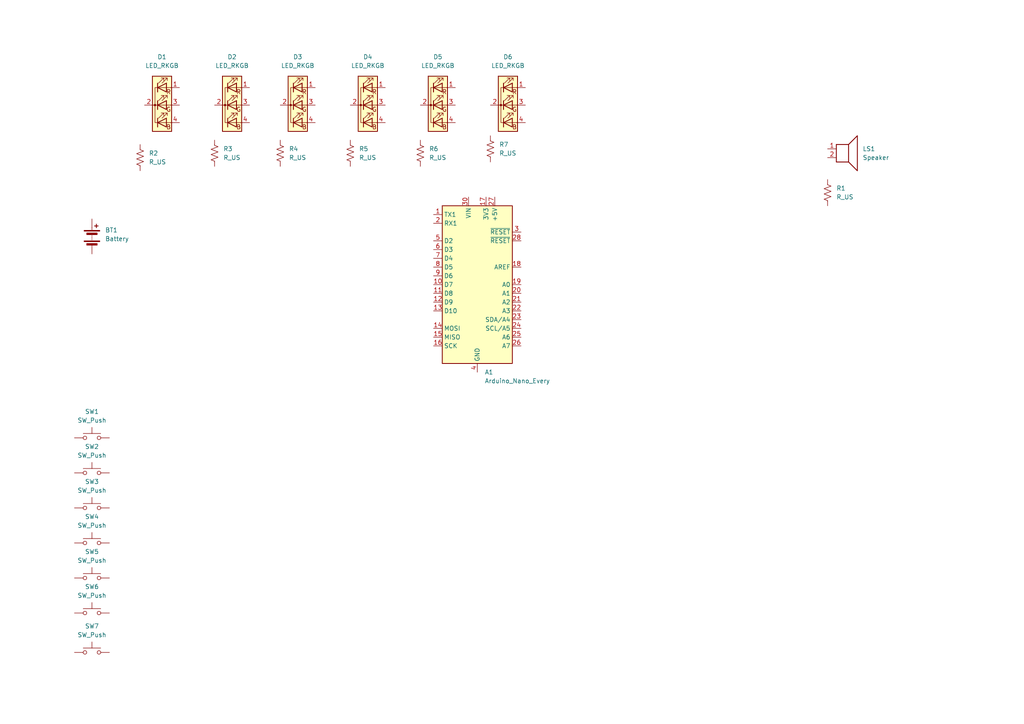
<source format=kicad_sch>
(kicad_sch (version 20250114) (generator "eeschema") (generator_version "9.0")
  (paper "A4")
  (lib_symbols
    (symbol "Device:Battery" (pin_numbers (hide yes)) (pin_names (offset 0) (hide yes))
      (property "Reference" "BT" (at 2.54 2.54 0))
      (property "Value" "Battery" (at 2.54 0 0))
      (symbol "Battery_0_1"
        (rectangle (start -2.286 1.778) (end 2.286 1.524) (fill (type outline)))
        (rectangle (start -2.286 -1.27) (end 2.286 -1.524) (fill (type outline)))
        (rectangle (start -1.524 1.016) (end 1.524 0.508) (fill (type outline)))
        (rectangle (start -1.524 -2.032) (end 1.524 -2.54) (fill (type outline)))
        (polyline (pts (xy 0 1.778) (xy 0 2.54)))
        (polyline (pts (xy 0 0) (xy 0 0.254)))
        (polyline (pts (xy 0 -0.508) (xy 0 -0.254)))
        (polyline (pts (xy 0 -1.016) (xy 0 -0.762)))
        (polyline (pts (xy 0.762 3.048) (xy 1.778 3.048)) (stroke (width 0.254)))
        (polyline (pts (xy 1.27 3.556) (xy 1.27 2.54)) (stroke (width 0.254)))
      )
      (symbol "Battery_1_1"
        (pin passive line (at 0 5.08 270) (length 2.54) (name "+") (number "1"))
        (pin passive line (at 0 -5.08 90) (length 2.54) (name "-") (number "2"))
      )
    )
    (symbol "Device:LED_RKGB" (pin_names (offset 0) (hide yes))
      (property "Reference" "D" (at 0 9.398 0))
      (property "Value" "LED_RKGB" (at 0 -8.89 0))
      (symbol "LED_RKGB_0_0"
        (text "R" (at 1.905 3.81 0) (effects (font (size 1.27 1.27))))
        (text "G" (at 1.905 -1.27 0) (effects (font (size 1.27 1.27))))
        (text "B" (at 1.905 -6.35 0) (effects (font (size 1.27 1.27))))
      )
      (symbol "LED_RKGB_0_1"
        (circle (center -2.032 0) (radius 0.254) (fill (type outline)))
        (polyline (pts (xy -1.27 6.35) (xy -1.27 3.81)) (stroke (width 0.254)))
        (polyline (pts (xy -1.27 6.35) (xy -1.27 3.81) (xy -1.27 3.81)))
        (polyline (pts (xy -1.27 5.08) (xy 1.27 5.08)))
        (polyline (pts (xy -1.27 5.08) (xy -2.032 5.08) (xy -2.032 -5.08) (xy -1.016 -5.08)))
        (polyline (pts (xy -1.27 1.27) (xy -1.27 -1.27)) (stroke (width 0.254)))
        (polyline (pts (xy -1.27 1.27) (xy -1.27 -1.27) (xy -1.27 -1.27)))
        (polyline (pts (xy -1.27 0) (xy -2.54 0)))
        (polyline (pts (xy -1.27 -3.81) (xy -1.27 -6.35)) (stroke (width 0.254)))
        (polyline (pts (xy -1.27 -5.08) (xy 1.27 -5.08)))
        (polyline (pts (xy -1.016 6.35) (xy 0.508 7.874) (xy -0.254 7.874) (xy 0.508 7.874) (xy 0.508 7.112)))
        (polyline (pts (xy -1.016 1.27) (xy 0.508 2.794) (xy -0.254 2.794) (xy 0.508 2.794) (xy 0.508 2.032)))
        (polyline (pts (xy -1.016 -3.81) (xy 0.508 -2.286) (xy -0.254 -2.286) (xy 0.508 -2.286) (xy 0.508 -3.048)))
        (polyline (pts (xy 0 6.35) (xy 1.524 7.874) (xy 0.762 7.874) (xy 1.524 7.874) (xy 1.524 7.112)))
        (polyline (pts (xy 0 1.27) (xy 1.524 2.794) (xy 0.762 2.794) (xy 1.524 2.794) (xy 1.524 2.032)))
        (polyline (pts (xy 0 -3.81) (xy 1.524 -2.286) (xy 0.762 -2.286) (xy 1.524 -2.286) (xy 1.524 -3.048)))
        (polyline (pts (xy 1.27 6.35) (xy 1.27 3.81) (xy -1.27 5.08) (xy 1.27 6.35)) (stroke (width 0.254)))
        (rectangle (start 1.27 6.35) (end 1.27 6.35))
        (polyline (pts (xy 1.27 5.08) (xy 2.54 5.08)))
        (rectangle (start 1.27 3.81) (end 1.27 6.35))
        (polyline (pts (xy 1.27 1.27) (xy 1.27 -1.27) (xy -1.27 0) (xy 1.27 1.27)) (stroke (width 0.254)))
        (rectangle (start 1.27 1.27) (end 1.27 1.27))
        (polyline (pts (xy 1.27 0) (xy -1.27 0)))
        (polyline (pts (xy 1.27 0) (xy 2.54 0)))
        (rectangle (start 1.27 -1.27) (end 1.27 1.27))
        (polyline (pts (xy 1.27 -3.81) (xy 1.27 -6.35) (xy -1.27 -5.08) (xy 1.27 -3.81)) (stroke (width 0.254)))
        (polyline (pts (xy 1.27 -5.08) (xy 2.54 -5.08)))
        (rectangle (start 2.794 8.382) (end -2.794 -7.62) (stroke (width 0.254)) (fill (type background)))
      )
      (symbol "LED_RKGB_1_1"
        (pin passive line (at -5.08 0 0) (length 2.54) (name "K") (number "2"))
        (pin passive line (at 5.08 5.08 180) (length 2.54) (name "RA") (number "1"))
        (pin passive line (at 5.08 0 180) (length 2.54) (name "GA") (number "3"))
        (pin passive line (at 5.08 -5.08 180) (length 2.54) (name "BA") (number "4"))
      )
    )
    (symbol "Device:R_US" (pin_numbers (hide yes)) (pin_names (offset 0))
      (property "Reference" "R" (at 2.54 0 90))
      (property "Value" "R_US" (at -2.54 0 90))
      (symbol "R_US_0_1"
        (polyline (pts (xy 0 2.286) (xy 0 2.54)))
        (polyline (pts (xy 0 2.286) (xy 1.016 1.905) (xy 0 1.524) (xy -1.016 1.143) (xy 0 0.762)))
        (polyline (pts (xy 0 0.762) (xy 1.016 0.381) (xy 0 0) (xy -1.016 -0.381) (xy 0 -0.762)))
        (polyline (pts (xy 0 -0.762) (xy 1.016 -1.143) (xy 0 -1.524) (xy -1.016 -1.905) (xy 0 -2.286)))
        (polyline (pts (xy 0 -2.286) (xy 0 -2.54)))
      )
      (symbol "R_US_1_1"
        (pin passive line (at 0 3.81 270) (length 1.27) (name "~") (number "1"))
        (pin passive line (at 0 -3.81 90) (length 1.27) (name "~") (number "2"))
      )
    )
    (symbol "Device:Speaker" (pin_names (offset 0) (hide yes))
      (property "Reference" "LS" (at 1.27 5.715 0))
      (property "Value" "Speaker" (at 1.27 3.81 0))
      (symbol "Speaker_0_0"
        (rectangle (start -2.54 1.27) (end 1.016 -3.81) (stroke (width 0.254)))
        (polyline (pts (xy 1.016 1.27) (xy 3.556 3.81) (xy 3.556 -6.35) (xy 1.016 -3.81)) (stroke (width 0.254)))
      )
      (symbol "Speaker_1_1"
        (pin input line (at -5.08 0 0) (length 2.54) (name "1") (number "1"))
        (pin input line (at -5.08 -2.54 0) (length 2.54) (name "2") (number "2"))
      )
    )
    (symbol "MCU_Module:Arduino_Nano_Every"
      (property "Reference" "A" (at -10.16 23.495 0))
      (property "Value" "Arduino_Nano_Every" (at 5.08 -24.13 0))
      (symbol "Arduino_Nano_Every_0_1"
        (rectangle (start -10.16 22.86) (end 10.16 -22.86) (stroke (width 0.254)) (fill (type background)))
      )
      (symbol "Arduino_Nano_Every_1_1"
        (pin bidirectional line (at -12.7 20.32 0) (length 2.54) (name "TX1") (number "1"))
        (pin bidirectional line (at -12.7 17.78 0) (length 2.54) (name "RX1") (number "2"))
        (pin bidirectional line (at -12.7 12.7 0) (length 2.54) (name "D2") (number "5"))
        (pin bidirectional line (at -12.7 10.16 0) (length 2.54) (name "D3") (number "6"))
        (pin bidirectional line (at -12.7 7.62 0) (length 2.54) (name "D4") (number "7"))
        (pin bidirectional line (at -12.7 5.08 0) (length 2.54) (name "D5") (number "8"))
        (pin bidirectional line (at -12.7 2.54 0) (length 2.54) (name "D6") (number "9"))
        (pin bidirectional line (at -12.7 0 0) (length 2.54) (name "D7") (number "10"))
        (pin bidirectional line (at -12.7 -2.54 0) (length 2.54) (name "D8") (number "11"))
        (pin bidirectional line (at -12.7 -5.08 0) (length 2.54) (name "D9") (number "12"))
        (pin bidirectional line (at -12.7 -7.62 0) (length 2.54) (name "D10") (number "13"))
        (pin bidirectional line (at -12.7 -12.7 0) (length 2.54) (name "MOSI") (number "14"))
        (pin bidirectional line (at -12.7 -15.24 0) (length 2.54) (name "MISO") (number "15"))
        (pin bidirectional line (at -12.7 -17.78 0) (length 2.54) (name "SCK") (number "16"))
        (pin power_in line (at -2.54 25.4 270) (length 2.54) (name "VIN") (number "30"))
        (pin passive line (at 0 -25.4 90) (length 2.54) (hide yes) (name "GND") (number "29"))
        (pin power_in line (at 0 -25.4 90) (length 2.54) (name "GND") (number "4"))
        (pin power_out line (at 2.54 25.4 270) (length 2.54) (name "3V3") (number "17"))
        (pin power_out line (at 5.08 25.4 270) (length 2.54) (name "+5V") (number "27"))
        (pin input line (at 12.7 15.24 180) (length 2.54) (name "~{RESET}") (number "3"))
        (pin input line (at 12.7 12.7 180) (length 2.54) (name "~{RESET}") (number "28"))
        (pin input line (at 12.7 5.08 180) (length 2.54) (name "AREF") (number "18"))
        (pin bidirectional line (at 12.7 0 180) (length 2.54) (name "A0") (number "19"))
        (pin bidirectional line (at 12.7 -2.54 180) (length 2.54) (name "A1") (number "20"))
        (pin bidirectional line (at 12.7 -5.08 180) (length 2.54) (name "A2") (number "21"))
        (pin bidirectional line (at 12.7 -7.62 180) (length 2.54) (name "A3") (number "22"))
        (pin bidirectional line (at 12.7 -10.16 180) (length 2.54) (name "SDA/A4") (number "23"))
        (pin bidirectional line (at 12.7 -12.7 180) (length 2.54) (name "SCL/A5") (number "24"))
        (pin bidirectional line (at 12.7 -15.24 180) (length 2.54) (name "A6") (number "25"))
        (pin bidirectional line (at 12.7 -17.78 180) (length 2.54) (name "A7") (number "26"))
      )
    )
    (symbol "Switch:SW_Push" (pin_numbers (hide yes)) (pin_names (offset 1.016) (hide yes))
      (property "Reference" "SW" (at 1.27 2.54 0))
      (property "Value" "SW_Push" (at 0 -1.524 0))
      (symbol "SW_Push_0_1"
        (circle (center -2.032 0) (radius 0.508))
        (polyline (pts (xy 0 1.27) (xy 0 3.048)))
        (circle (center 2.032 0) (radius 0.508))
        (polyline (pts (xy 2.54 1.27) (xy -2.54 1.27)))
        (pin passive line (at -5.08 0 0) (length 2.54) (name "1") (number "1"))
        (pin passive line (at 5.08 0 180) (length 2.54) (name "2") (number "2"))
      )
    )
  )
  (symbol (lib_id "MCU_Module:Arduino_Nano_Every") (at 138.43 82.55 0) (unit 1)
    (property "Reference" "A1" (at 140.5733 107.95 0) (effects (justify left)))
    (property "Value" "Arduino_Nano_Every" (at 140.5733 110.49 0) (effects (justify left)))
    (property "Footprint" "Module:Arduino_Nano" (effects (hide yes)))
    (property "Datasheet" "https://content.arduino.cc/assets/NANOEveryV3.0_sch.pdf" (effects (hide yes)))
    (property "Description" "Arduino Nano Every" (effects (hide yes)))
  )
  (symbol (lib_id "Device:LED_RKGB") (at 147.32 30.48 0) (unit 1)
    (property "Reference" "D6" (at 147.32 16.51 0))
    (property "Value" "LED_RKGB" (at 147.32 19.05 0))
    (property "Footprint" "LED_THT:LED_D5.0mm-4_RGB" (effects (hide yes)))
    (property "Description" "RGB LED, red/cathode/green/blue" (effects (hide yes)))
  )
  (symbol (lib_id "Device:LED_RKGB") (at 67.31 30.48 0) (unit 1)
    (property "Reference" "D2" (at 67.31 16.51 0))
    (property "Value" "LED_RKGB" (at 67.31 19.05 0))
    (property "Footprint" "LED_THT:LED_D5.0mm-4_RGB" (effects (hide yes)))
    (property "Description" "RGB LED, red/cathode/green/blue" (effects (hide yes)))
  )
  (symbol (lib_id "Device:R_US") (at 81.28 44.45 0) (unit 1)
    (property "Reference" "R4" (at 83.82 43.1799 0) (effects (justify left)))
    (property "Value" "R_US" (at 83.82 45.7199 0) (effects (justify left)))
    (property "Footprint" "Resistor_THT:R_Axial_DIN0309_L9.0mm_D3.2mm_P12.70mm_Horizontal" (effects (hide yes)))
    (property "Description" "Resistor, US symbol" (effects (hide yes)))
  )
  (symbol (lib_id "Device:LED_RKGB") (at 127 30.48 0) (unit 1)
    (property "Reference" "D5" (at 127 16.51 0))
    (property "Value" "LED_RKGB" (at 127 19.05 0))
    (property "Footprint" "LED_THT:LED_D5.0mm-4_RGB" (effects (hide yes)))
    (property "Description" "RGB LED, red/cathode/green/blue" (effects (hide yes)))
  )
  (symbol (lib_id "Device:R_US") (at 40.64 45.72 0) (unit 1)
    (property "Reference" "R2" (at 43.18 44.4499 0) (effects (justify left)))
    (property "Value" "R_US" (at 43.18 46.9899 0) (effects (justify left)))
    (property "Footprint" "Resistor_THT:R_Axial_DIN0309_L9.0mm_D3.2mm_P12.70mm_Horizontal" (effects (hide yes)))
    (property "Description" "Resistor, US symbol" (effects (hide yes)))
  )
  (symbol (lib_id "Device:R_US") (at 121.92 44.45 0) (unit 1)
    (property "Reference" "R6" (at 124.46 43.1799 0) (effects (justify left)))
    (property "Value" "R_US" (at 124.46 45.7199 0) (effects (justify left)))
    (property "Footprint" "Resistor_THT:R_Axial_DIN0309_L9.0mm_D3.2mm_P12.70mm_Horizontal" (effects (hide yes)))
    (property "Description" "Resistor, US symbol" (effects (hide yes)))
  )
  (symbol (lib_id "Switch:SW_Push") (at 26.67 167.64 0) (unit 1)
    (property "Reference" "SW5" (at 26.67 160.02 0))
    (property "Value" "SW_Push" (at 26.67 162.56 0))
    (property "Description" "Push button switch, generic, two pins" (effects (hide yes)))
  )
  (symbol (lib_id "Device:Battery") (at 26.67 68.58 0) (unit 1)
    (property "Reference" "BT1" (at 30.48 66.7384 0) (effects (justify left)))
    (property "Value" "Battery" (at 30.48 69.2784 0) (effects (justify left)))
    (property "Description" "Multiple-cell battery" (effects (hide yes)))
  )
  (symbol (lib_id "Switch:SW_Push") (at 26.67 177.8 0) (unit 1)
    (property "Reference" "SW6" (at 26.67 170.18 0))
    (property "Value" "SW_Push" (at 26.67 172.72 0))
    (property "Description" "Push button switch, generic, two pins" (effects (hide yes)))
  )
  (symbol (lib_id "Switch:SW_Push") (at 26.67 189.23 0) (unit 1)
    (property "Reference" "SW7" (at 26.67 181.61 0))
    (property "Value" "SW_Push" (at 26.67 184.15 0))
    (property "Description" "Push button switch, generic, two pins" (effects (hide yes)))
  )
  (symbol (lib_id "Device:R_US") (at 240.03 55.88 0) (unit 1)
    (property "Reference" "R1" (at 242.57 54.6099 0) (effects (justify left)))
    (property "Value" "R_US" (at 242.57 57.1499 0) (effects (justify left)))
    (property "Footprint" "Resistor_THT:R_Axial_DIN0309_L9.0mm_D3.2mm_P12.70mm_Horizontal" (effects (hide yes)))
    (property "Description" "Resistor, US symbol" (effects (hide yes)))
  )
  (symbol (lib_id "Device:Speaker") (at 245.11 43.18 0) (unit 1)
    (property "Reference" "LS1" (at 250.19 43.1799 0) (effects (justify left)))
    (property "Value" "Speaker" (at 250.19 45.7199 0) (effects (justify left)))
    (property "Description" "Speaker" (effects (hide yes)))
  )
  (symbol (lib_id "Device:LED_RKGB") (at 106.68 30.48 0) (unit 1)
    (property "Reference" "D4" (at 106.68 16.51 0))
    (property "Value" "LED_RKGB" (at 106.68 19.05 0))
    (property "Footprint" "LED_THT:LED_D5.0mm-4_RGB" (effects (hide yes)))
    (property "Description" "RGB LED, red/cathode/green/blue" (effects (hide yes)))
  )
  (symbol (lib_id "Device:R_US") (at 142.24 43.18 0) (unit 1)
    (property "Reference" "R7" (at 144.78 41.9099 0) (effects (justify left)))
    (property "Value" "R_US" (at 144.78 44.4499 0) (effects (justify left)))
    (property "Footprint" "Resistor_THT:R_Axial_DIN0309_L9.0mm_D3.2mm_P12.70mm_Horizontal" (effects (hide yes)))
    (property "Description" "Resistor, US symbol" (effects (hide yes)))
  )
  (symbol (lib_id "Device:LED_RKGB") (at 86.36 30.48 0) (unit 1)
    (property "Reference" "D3" (at 86.36 16.51 0))
    (property "Value" "LED_RKGB" (at 86.36 19.05 0))
    (property "Footprint" "LED_THT:LED_D5.0mm-4_RGB" (effects (hide yes)))
    (property "Description" "RGB LED, red/cathode/green/blue" (effects (hide yes)))
  )
  (symbol (lib_id "Device:R_US") (at 101.6 44.45 0) (unit 1)
    (property "Reference" "R5" (at 104.14 43.1799 0) (effects (justify left)))
    (property "Value" "R_US" (at 104.14 45.7199 0) (effects (justify left)))
    (property "Footprint" "Resistor_THT:R_Axial_DIN0309_L9.0mm_D3.2mm_P12.70mm_Horizontal" (effects (hide yes)))
    (property "Description" "Resistor, US symbol" (effects (hide yes)))
  )
  (symbol (lib_id "Device:R_US") (at 62.23 44.45 0) (unit 1)
    (property "Reference" "R3" (at 64.77 43.1799 0) (effects (justify left)))
    (property "Value" "R_US" (at 64.77 45.7199 0) (effects (justify left)))
    (property "Footprint" "Resistor_THT:R_Axial_DIN0309_L9.0mm_D3.2mm_P12.70mm_Horizontal" (effects (hide yes)))
    (property "Description" "Resistor, US symbol" (effects (hide yes)))
  )
  (symbol (lib_id "Switch:SW_Push") (at 26.67 157.48 0) (unit 1)
    (property "Reference" "SW4" (at 26.67 149.86 0))
    (property "Value" "SW_Push" (at 26.67 152.4 0))
    (property "Description" "Push button switch, generic, two pins" (effects (hide yes)))
  )
  (symbol (lib_id "Switch:SW_Push") (at 26.67 147.32 0) (unit 1)
    (property "Reference" "SW3" (at 26.67 139.7 0))
    (property "Value" "SW_Push" (at 26.67 142.24 0))
    (property "Description" "Push button switch, generic, two pins" (effects (hide yes)))
  )
  (symbol (lib_id "Switch:SW_Push") (at 26.67 137.16 0) (unit 1)
    (property "Reference" "SW2" (at 26.67 129.54 0))
    (property "Value" "SW_Push" (at 26.67 132.08 0))
    (property "Description" "Push button switch, generic, two pins" (effects (hide yes)))
  )
  (symbol (lib_id "Device:LED_RKGB") (at 46.99 30.48 0) (unit 1)
    (property "Reference" "D1" (at 46.99 16.51 0))
    (property "Value" "LED_RKGB" (at 46.99 19.05 0))
    (property "Footprint" "LED_THT:LED_D5.0mm-4_RGB" (effects (hide yes)))
    (property "Description" "RGB LED, red/cathode/green/blue" (effects (hide yes)))
  )
  (symbol (lib_id "Switch:SW_Push") (at 26.67 127 0) (unit 1)
    (property "Reference" "SW1" (at 26.67 119.38 0))
    (property "Value" "SW_Push" (at 26.67 121.92 0))
    (property "Description" "Push button switch, generic, two pins" (effects (hide yes)))
  )
)
</source>
